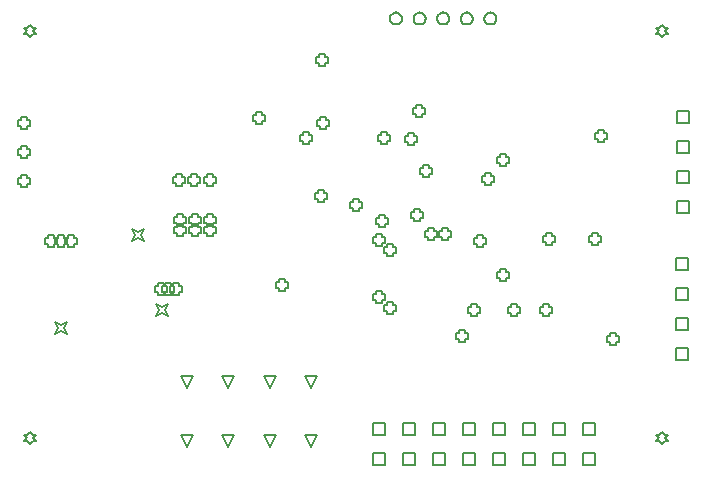
<source format=gbr>
%FSTAX23Y23*%
%MOIN*%
%SFA1B1*%

%IPPOS*%
%ADD57C,0.005000*%
%ADD83C,0.006667*%
%LNpcb1_drawing_1-1*%
%LPD*%
G54D57*
X01484Y00053D02*
Y00093D01*
X01524*
Y00053*
X01484*
X01584D02*
Y00093D01*
X01624*
Y00053*
X01584*
X01684D02*
Y00093D01*
X01724*
Y00053*
X01684*
X01884D02*
Y00093D01*
X01924*
Y00053*
X01884*
X01984D02*
Y00093D01*
X02024*
Y00053*
X01984*
X01784D02*
Y00093D01*
X01824*
Y00053*
X01784*
X01384D02*
Y00093D01*
X01424*
Y00053*
X01384*
X01284D02*
Y00093D01*
X01324*
Y00053*
X01284*
X01484Y00154D02*
Y00194D01*
X01524*
Y00154*
X01484*
X01584D02*
Y00194D01*
X01624*
Y00154*
X01584*
X01684D02*
Y00194D01*
X01724*
Y00154*
X01684*
X01884D02*
Y00194D01*
X01924*
Y00154*
X01884*
X01984D02*
Y00194D01*
X02024*
Y00154*
X01984*
X01784D02*
Y00194D01*
X01824*
Y00154*
X01784*
X01384D02*
Y00194D01*
X01424*
Y00154*
X01384*
X01284D02*
Y00194D01*
X01324*
Y00154*
X01284*
X00941Y00111D02*
X00921Y00151D01*
X00961*
X00941Y00111*
X00803D02*
X00783Y00151D01*
X00823*
X00803Y00111*
X00665D02*
X00645Y00151D01*
X00685*
X00665Y00111*
Y00308D02*
X00645Y00348D01*
X00685*
X00665Y00308*
X00803D02*
X00783Y00348D01*
X00823*
X00803Y00308*
X00941D02*
X00921Y00348D01*
X00961*
X00941Y00308*
X01079D02*
X01059Y00348D01*
X01099*
X01079Y00308*
Y00111D02*
X01059Y00151D01*
X01099*
X01079Y00111*
X02296Y00502D02*
Y00542D01*
X02336*
Y00502*
X02296*
Y00702D02*
Y00742D01*
X02336*
Y00702*
X02296*
Y00602D02*
Y00642D01*
X02336*
Y00602*
X02296*
Y00402D02*
Y00442D01*
X02336*
Y00402*
X02296*
X02298Y01093D02*
Y01133D01*
X02338*
Y01093*
X02298*
Y00893D02*
Y00933D01*
X02338*
Y00893*
X02298*
Y00993D02*
Y01033D01*
X02338*
Y00993*
X02298*
Y01193D02*
Y01233D01*
X02338*
Y01193*
X02298*
X00143Y00123D02*
X00153Y00133D01*
X00163*
X00153Y00143*
X00163Y00153*
X00153*
X00143Y00163*
X00133Y00153*
X00123*
X00133Y00143*
X00123Y00133*
X00133*
X00143Y00123*
Y0148D02*
X00153Y0149D01*
X00163*
X00153Y015*
X00163Y0151*
X00153*
X00143Y0152*
X00133Y0151*
X00123*
X00133Y015*
X00123Y0149*
X00133*
X00143Y0148*
X02248Y00123D02*
X02258Y00133D01*
X02268*
X02258Y00143*
X02268Y00153*
X02258*
X02248Y00163*
X02238Y00153*
X02228*
X02238Y00143*
X02228Y00133*
X02238*
X02248Y00123*
Y0148D02*
X02258Y0149D01*
X02268*
X02258Y015*
X02268Y0151*
X02258*
X02248Y0152*
X02238Y0151*
X02228*
X02238Y015*
X02228Y0149*
X02238*
X02248Y0148*
X00481Y00799D02*
X00491Y00819D01*
X00481Y00839*
X00501Y00829*
X00521Y00839*
X00511Y00819*
X00521Y00799*
X00501Y00809*
X00481Y00799*
X01611Y0056D02*
Y0055D01*
X01631*
Y0056*
X01641*
Y0058*
X01631*
Y0059*
X01611*
Y0058*
X01601*
Y0056*
X01611*
X0056Y00548D02*
X0057Y00568D01*
X0056Y00588*
X0058Y00578*
X006Y00588*
X0059Y00568*
X006Y00548*
X0058Y00558*
X0056Y00548*
X00225Y00488D02*
X00235Y00508D01*
X00225Y00528*
X00245Y00518*
X00265Y00528*
X00255Y00508*
X00265Y00488*
X00245Y00498*
X00225Y00488*
X01294Y00791D02*
Y00781D01*
X01314*
Y00791*
X01324*
Y00811*
X01314*
Y00821*
X01294*
Y00811*
X01284*
Y00791*
X01294*
Y00604D02*
Y00594D01*
X01314*
Y00604*
X01324*
Y00624*
X01314*
Y00634*
X01294*
Y00624*
X01284*
Y00604*
X01294*
X01331Y00566D02*
Y00556D01*
X01351*
Y00566*
X01361*
Y00586*
X01351*
Y00596*
X01331*
Y00586*
X01321*
Y00566*
X01331*
Y0076D02*
Y0075D01*
X01351*
Y0076*
X01361*
Y0078*
X01351*
Y0079*
X01331*
Y0078*
X01321*
Y0076*
X01331*
X01744Y00559D02*
Y00549D01*
X01764*
Y00559*
X01774*
Y00579*
X01764*
Y00589*
X01744*
Y00579*
X01734*
Y00559*
X01744*
X02035Y0114D02*
Y0113D01*
X02055*
Y0114*
X02065*
Y0116*
X02055*
Y0117*
X02035*
Y0116*
X02025*
Y0114*
X02035*
X01105Y01391D02*
Y01381D01*
X01125*
Y01391*
X01135*
Y01411*
X01125*
Y01421*
X01105*
Y01411*
X01095*
Y01391*
X01105*
X00896Y01198D02*
Y01188D01*
X00916*
Y01198*
X00926*
Y01218*
X00916*
Y01228*
X00896*
Y01218*
X00886*
Y01198*
X00896*
X01452Y01023D02*
Y01013D01*
X01472*
Y01023*
X01482*
Y01043*
X01472*
Y01053*
X01452*
Y01043*
X01442*
Y01023*
X01452*
X01108Y01183D02*
Y01173D01*
X01128*
Y01183*
X01138*
Y01203*
X01128*
Y01213*
X01108*
Y01203*
X01098*
Y01183*
X01108*
X01051Y01131D02*
Y01121D01*
X01071*
Y01131*
X01081*
Y01151*
X01071*
Y01161*
X01051*
Y01151*
X01041*
Y01131*
X01051*
X00568Y00628D02*
Y00618D01*
X00588*
Y00628*
X00598*
Y00648*
X00588*
Y00658*
X00568*
Y00648*
X00558*
Y00628*
X00568*
X00617D02*
Y00618D01*
X00637*
Y00628*
X00647*
Y00648*
X00637*
Y00658*
X00617*
Y00648*
X00607*
Y00628*
X00617*
X01514Y00814D02*
Y00804D01*
X01534*
Y00814*
X01544*
Y00834*
X01534*
Y00844*
X01514*
Y00834*
X01504*
Y00814*
X01514*
X01469Y00814D02*
Y00804D01*
X01489*
Y00814*
X01499*
Y00834*
X01489*
Y00844*
X01469*
Y00834*
X01459*
Y00814*
X01469*
X0163Y0079D02*
Y0078D01*
X0165*
Y0079*
X0166*
Y0081*
X0165*
Y0082*
X0163*
Y0081*
X0162*
Y0079*
X0163*
X01708Y00676D02*
Y00666D01*
X01728*
Y00676*
X01738*
Y00696*
X01728*
Y00706*
X01708*
Y00696*
X01698*
Y00676*
X01708*
X0068Y00825D02*
Y00815D01*
X007*
Y00825*
X0071*
Y00845*
X007*
Y00855*
X0068*
Y00845*
X0067*
Y00825*
X0068*
X0063D02*
Y00815D01*
X0065*
Y00825*
X0066*
Y00845*
X0065*
Y00855*
X0063*
Y00845*
X0062*
Y00825*
X0063*
X00732D02*
Y00815D01*
X00752*
Y00825*
X00762*
Y00845*
X00752*
Y00855*
X00732*
Y00845*
X00722*
Y00825*
X00732*
X0068Y0086D02*
Y0085D01*
X007*
Y0086*
X0071*
Y0088*
X007*
Y0089*
X0068*
Y0088*
X0067*
Y0086*
X0068*
X0063D02*
Y0085D01*
X0065*
Y0086*
X0066*
Y0088*
X0065*
Y0089*
X0063*
Y0088*
X0062*
Y0086*
X0063*
X00732D02*
Y0085D01*
X00752*
Y0086*
X00762*
Y0088*
X00752*
Y0089*
X00732*
Y0088*
X00722*
Y0086*
X00732*
X00731Y00991D02*
Y00981D01*
X00751*
Y00991*
X00761*
Y01011*
X00751*
Y01021*
X00731*
Y01011*
X00721*
Y00991*
X00731*
X00629D02*
Y00981D01*
X00649*
Y00991*
X00659*
Y01011*
X00649*
Y01021*
X00629*
Y01011*
X00619*
Y00991*
X00629*
X00679D02*
Y00981D01*
X00699*
Y00991*
X00709*
Y01011*
X00699*
Y01021*
X00679*
Y01011*
X00669*
Y00991*
X00679*
X00267Y00788D02*
Y00778D01*
X00287*
Y00788*
X00297*
Y00808*
X00287*
Y00818*
X00267*
Y00808*
X00257*
Y00788*
X00267*
X00203D02*
Y00778D01*
X00223*
Y00788*
X00233*
Y00808*
X00223*
Y00818*
X00203*
Y00808*
X00193*
Y00788*
X00203*
X00973Y00641D02*
Y00631D01*
X00993*
Y00641*
X01003*
Y00661*
X00993*
Y00671*
X00973*
Y00661*
X00963*
Y00641*
X00973*
X0011Y00988D02*
Y00978D01*
X0013*
Y00988*
X0014*
Y01008*
X0013*
Y01018*
X0011*
Y01008*
X001*
Y00988*
X0011*
Y01087D02*
Y01077D01*
X0013*
Y01087*
X0014*
Y01107*
X0013*
Y01117*
X0011*
Y01107*
X001*
Y01087*
X0011*
Y01184D02*
Y01174D01*
X0013*
Y01184*
X0014*
Y01204*
X0013*
Y01214*
X0011*
Y01204*
X001*
Y01184*
X0011*
X01102Y0094D02*
Y0093D01*
X01122*
Y0094*
X01132*
Y0096*
X01122*
Y0097*
X01102*
Y0096*
X01092*
Y0094*
X01102*
X01402Y0113D02*
Y0112D01*
X01422*
Y0113*
X01432*
Y0115*
X01422*
Y0116*
X01402*
Y0115*
X01392*
Y0113*
X01402*
X01421Y00877D02*
Y00867D01*
X01441*
Y00877*
X01451*
Y00897*
X01441*
Y00907*
X01421*
Y00897*
X01411*
Y00877*
X01421*
X02014Y00796D02*
Y00786D01*
X02034*
Y00796*
X02044*
Y00816*
X02034*
Y00826*
X02014*
Y00816*
X02004*
Y00796*
X02014*
X01863D02*
Y00786D01*
X01883*
Y00796*
X01893*
Y00816*
X01883*
Y00826*
X01863*
Y00816*
X01853*
Y00796*
X01863*
X01311Y01131D02*
Y01121D01*
X01331*
Y01131*
X01341*
Y01151*
X01331*
Y01161*
X01311*
Y01151*
X01301*
Y01131*
X01311*
X01217Y00909D02*
Y00899D01*
X01237*
Y00909*
X01247*
Y00929*
X01237*
Y00939*
X01217*
Y00929*
X01207*
Y00909*
X01217*
X01304Y00857D02*
Y00847D01*
X01324*
Y00857*
X01334*
Y00877*
X01324*
Y00887*
X01304*
Y00877*
X01294*
Y00857*
X01304*
X01428Y01223D02*
Y01213D01*
X01448*
Y01223*
X01458*
Y01243*
X01448*
Y01253*
X01428*
Y01243*
X01418*
Y01223*
X01428*
X00592Y00628D02*
Y00618D01*
X00612*
Y00628*
X00622*
Y00648*
X00612*
Y00658*
X00592*
Y00648*
X00582*
Y00628*
X00592*
X01657Y00995D02*
Y00985D01*
X01677*
Y00995*
X01687*
Y01015*
X01677*
Y01025*
X01657*
Y01015*
X01647*
Y00995*
X01657*
X02075Y00462D02*
Y00452D01*
X02095*
Y00462*
X02105*
Y00482*
X02095*
Y00492*
X02075*
Y00482*
X02065*
Y00462*
X02075*
X01708Y01058D02*
Y01048D01*
X01728*
Y01058*
X01738*
Y01078*
X01728*
Y01088*
X01708*
Y01078*
X01698*
Y01058*
X01708*
X00235Y00788D02*
Y00778D01*
X00255*
Y00788*
X00265*
Y00808*
X00255*
Y00818*
X00235*
Y00808*
X00225*
Y00788*
X00235*
X01852Y0056D02*
Y0055D01*
X01872*
Y0056*
X01882*
Y0058*
X01872*
Y0059*
X01852*
Y0058*
X01842*
Y0056*
X01852*
X01572Y00474D02*
Y00464D01*
X01592*
Y00474*
X01602*
Y00494*
X01592*
Y00504*
X01572*
Y00494*
X01562*
Y00474*
X01572*
G54D83*
X01381Y01541D02*
D01*
X01381Y01542*
X01381Y01544*
X01381Y01545*
X0138Y01546*
X0138Y01548*
X01379Y01549*
X01379Y0155*
X01378Y01551*
X01377Y01553*
X01376Y01554*
X01375Y01555*
X01374Y01556*
X01373Y01557*
X01372Y01557*
X01371Y01558*
X0137Y01559*
X01369Y01559*
X01367Y0156*
X01366Y0156*
X01364Y0156*
X01363Y01561*
X01362Y01561*
X0136*
X01359Y01561*
X01358Y0156*
X01356Y0156*
X01355Y0156*
X01354Y01559*
X01352Y01559*
X01351Y01558*
X0135Y01557*
X01349Y01557*
X01348Y01556*
X01347Y01555*
X01346Y01554*
X01345Y01553*
X01344Y01551*
X01343Y0155*
X01343Y01549*
X01342Y01548*
X01342Y01546*
X01341Y01545*
X01341Y01544*
X01341Y01542*
X01341Y01541*
X01341Y01539*
X01341Y01538*
X01341Y01537*
X01342Y01535*
X01342Y01534*
X01343Y01533*
X01343Y01531*
X01344Y0153*
X01345Y01529*
X01346Y01528*
X01347Y01527*
X01348Y01526*
X01349Y01525*
X0135Y01524*
X01351Y01523*
X01352Y01523*
X01354Y01522*
X01355Y01522*
X01356Y01521*
X01358Y01521*
X01359Y01521*
X0136Y01521*
X01362*
X01363Y01521*
X01364Y01521*
X01366Y01521*
X01367Y01522*
X01369Y01522*
X0137Y01523*
X01371Y01523*
X01372Y01524*
X01373Y01525*
X01374Y01526*
X01375Y01527*
X01376Y01528*
X01377Y01529*
X01378Y0153*
X01379Y01531*
X01379Y01533*
X0138Y01534*
X0138Y01535*
X01381Y01537*
X01381Y01538*
X01381Y01539*
X01381Y01541*
X0146D02*
D01*
X0146Y01542*
X0146Y01544*
X01459Y01545*
X01459Y01546*
X01459Y01548*
X01458Y01549*
X01457Y0155*
X01457Y01551*
X01456Y01553*
X01455Y01554*
X01454Y01555*
X01453Y01556*
X01452Y01557*
X01451Y01557*
X0145Y01558*
X01449Y01559*
X01447Y01559*
X01446Y0156*
X01445Y0156*
X01443Y0156*
X01442Y01561*
X0144Y01561*
X01439*
X01438Y01561*
X01436Y0156*
X01435Y0156*
X01434Y0156*
X01432Y01559*
X01431Y01559*
X0143Y01558*
X01429Y01557*
X01427Y01557*
X01426Y01556*
X01425Y01555*
X01424Y01554*
X01424Y01553*
X01423Y01551*
X01422Y0155*
X01421Y01549*
X01421Y01548*
X01421Y01546*
X0142Y01545*
X0142Y01544*
X0142Y01542*
X0142Y01541*
X0142Y01539*
X0142Y01538*
X0142Y01537*
X01421Y01535*
X01421Y01534*
X01421Y01533*
X01422Y01531*
X01423Y0153*
X01424Y01529*
X01424Y01528*
X01425Y01527*
X01426Y01526*
X01427Y01525*
X01429Y01524*
X0143Y01523*
X01431Y01523*
X01432Y01522*
X01434Y01522*
X01435Y01521*
X01436Y01521*
X01438Y01521*
X01439Y01521*
X0144*
X01442Y01521*
X01443Y01521*
X01445Y01521*
X01446Y01522*
X01447Y01522*
X01449Y01523*
X0145Y01523*
X01451Y01524*
X01452Y01525*
X01453Y01526*
X01454Y01527*
X01455Y01528*
X01456Y01529*
X01457Y0153*
X01457Y01531*
X01458Y01533*
X01459Y01534*
X01459Y01535*
X01459Y01537*
X0146Y01538*
X0146Y01539*
X0146Y01541*
X01538D02*
D01*
X01538Y01542*
X01538Y01544*
X01538Y01545*
X01538Y01546*
X01537Y01548*
X01537Y01549*
X01536Y0155*
X01535Y01551*
X01535Y01553*
X01534Y01554*
X01533Y01555*
X01532Y01556*
X01531Y01557*
X0153Y01557*
X01528Y01558*
X01527Y01559*
X01526Y01559*
X01525Y0156*
X01523Y0156*
X01522Y0156*
X01521Y01561*
X01519Y01561*
X01518*
X01516Y01561*
X01515Y0156*
X01514Y0156*
X01512Y0156*
X01511Y01559*
X0151Y01559*
X01508Y01558*
X01507Y01557*
X01506Y01557*
X01505Y01556*
X01504Y01555*
X01503Y01554*
X01502Y01553*
X01502Y01551*
X01501Y0155*
X015Y01549*
X015Y01548*
X01499Y01546*
X01499Y01545*
X01499Y01544*
X01499Y01542*
X01498Y01541*
X01499Y01539*
X01499Y01538*
X01499Y01537*
X01499Y01535*
X015Y01534*
X015Y01533*
X01501Y01531*
X01502Y0153*
X01502Y01529*
X01503Y01528*
X01504Y01527*
X01505Y01526*
X01506Y01525*
X01507Y01524*
X01508Y01523*
X0151Y01523*
X01511Y01522*
X01512Y01522*
X01514Y01521*
X01515Y01521*
X01516Y01521*
X01518Y01521*
X01519*
X01521Y01521*
X01522Y01521*
X01523Y01521*
X01525Y01522*
X01526Y01522*
X01527Y01523*
X01528Y01523*
X0153Y01524*
X01531Y01525*
X01532Y01526*
X01533Y01527*
X01534Y01528*
X01535Y01529*
X01535Y0153*
X01536Y01531*
X01537Y01533*
X01537Y01534*
X01538Y01535*
X01538Y01537*
X01538Y01538*
X01538Y01539*
X01538Y01541*
X01617D02*
D01*
X01617Y01542*
X01617Y01544*
X01617Y01545*
X01616Y01546*
X01616Y01548*
X01616Y01549*
X01615Y0155*
X01614Y01551*
X01613Y01553*
X01613Y01554*
X01612Y01555*
X01611Y01556*
X0161Y01557*
X01608Y01557*
X01607Y01558*
X01606Y01559*
X01605Y01559*
X01603Y0156*
X01602Y0156*
X01601Y0156*
X01599Y01561*
X01598Y01561*
X01597*
X01595Y01561*
X01594Y0156*
X01592Y0156*
X01591Y0156*
X0159Y01559*
X01588Y01559*
X01587Y01558*
X01586Y01557*
X01585Y01557*
X01584Y01556*
X01583Y01555*
X01582Y01554*
X01581Y01553*
X0158Y01551*
X0158Y0155*
X01579Y01549*
X01578Y01548*
X01578Y01546*
X01578Y01545*
X01577Y01544*
X01577Y01542*
X01577Y01541*
X01577Y01539*
X01577Y01538*
X01578Y01537*
X01578Y01535*
X01578Y01534*
X01579Y01533*
X0158Y01531*
X0158Y0153*
X01581Y01529*
X01582Y01528*
X01583Y01527*
X01584Y01526*
X01585Y01525*
X01586Y01524*
X01587Y01523*
X01588Y01523*
X0159Y01522*
X01591Y01522*
X01592Y01521*
X01594Y01521*
X01595Y01521*
X01597Y01521*
X01598*
X01599Y01521*
X01601Y01521*
X01602Y01521*
X01603Y01522*
X01605Y01522*
X01606Y01523*
X01607Y01523*
X01608Y01524*
X0161Y01525*
X01611Y01526*
X01612Y01527*
X01613Y01528*
X01613Y01529*
X01614Y0153*
X01615Y01531*
X01616Y01533*
X01616Y01534*
X01616Y01535*
X01617Y01537*
X01617Y01538*
X01617Y01539*
X01617Y01541*
X01696D02*
D01*
X01696Y01542*
X01696Y01544*
X01696Y01545*
X01695Y01546*
X01695Y01548*
X01694Y01549*
X01694Y0155*
X01693Y01551*
X01692Y01553*
X01691Y01554*
X0169Y01555*
X01689Y01556*
X01688Y01557*
X01687Y01557*
X01686Y01558*
X01685Y01559*
X01683Y01559*
X01682Y0156*
X01681Y0156*
X01679Y0156*
X01678Y01561*
X01677Y01561*
X01675*
X01674Y01561*
X01673Y0156*
X01671Y0156*
X0167Y0156*
X01668Y01559*
X01667Y01559*
X01666Y01558*
X01665Y01557*
X01664Y01557*
X01663Y01556*
X01662Y01555*
X01661Y01554*
X0166Y01553*
X01659Y01551*
X01658Y0155*
X01658Y01549*
X01657Y01548*
X01657Y01546*
X01656Y01545*
X01656Y01544*
X01656Y01542*
X01656Y01541*
X01656Y01539*
X01656Y01538*
X01656Y01537*
X01657Y01535*
X01657Y01534*
X01658Y01533*
X01658Y01531*
X01659Y0153*
X0166Y01529*
X01661Y01528*
X01662Y01527*
X01663Y01526*
X01664Y01525*
X01665Y01524*
X01666Y01523*
X01667Y01523*
X01668Y01522*
X0167Y01522*
X01671Y01521*
X01673Y01521*
X01674Y01521*
X01675Y01521*
X01677*
X01678Y01521*
X01679Y01521*
X01681Y01521*
X01682Y01522*
X01683Y01522*
X01685Y01523*
X01686Y01523*
X01687Y01524*
X01688Y01525*
X01689Y01526*
X0169Y01527*
X01691Y01528*
X01692Y01529*
X01693Y0153*
X01694Y01531*
X01694Y01533*
X01695Y01534*
X01695Y01535*
X01696Y01537*
X01696Y01538*
X01696Y01539*
X01696Y01541*
M02*
</source>
